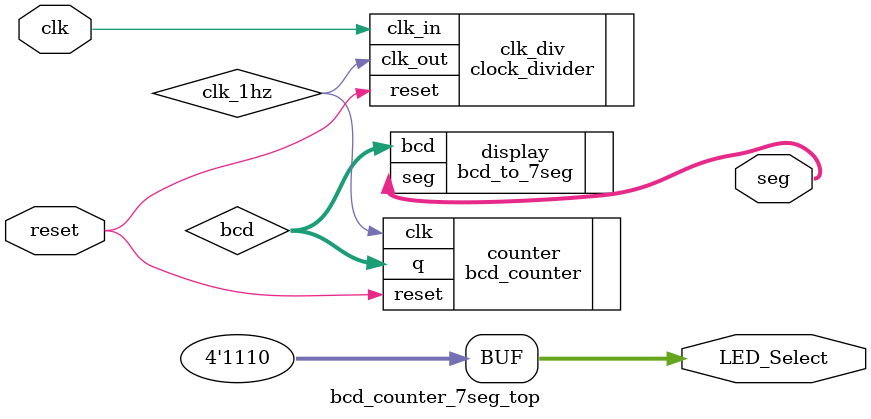
<source format=v>
module bcd_counter_7seg_top (
    input wire clk,       // 100 MHz clock input
    input wire reset,     // Reset input
    output wire [6:0] seg, // 7-segment display output (a-g)
    output wire [3:0] LED_Select
);

    wire clk_1hz;         // 1 Hz clock signal
    wire [3:0] bcd;       // 4-bit BCD output from the counter
    assign LED_Select=4'b1110;

    // Instantiate the clock divider
    clock_divider clk_div (
        .clk_in(clk),
        .reset(reset),
        .clk_out(clk_1hz)
    );

    // Instantiate the BCD counter
    bcd_counter counter (
        .clk(clk_1hz),
        .reset(reset),
        .q(bcd)
    );

    // Instantiate the 7-segment display driver
    bcd_to_7seg display (
        .bcd(bcd),
        .seg(seg)
    );

endmodule

</source>
